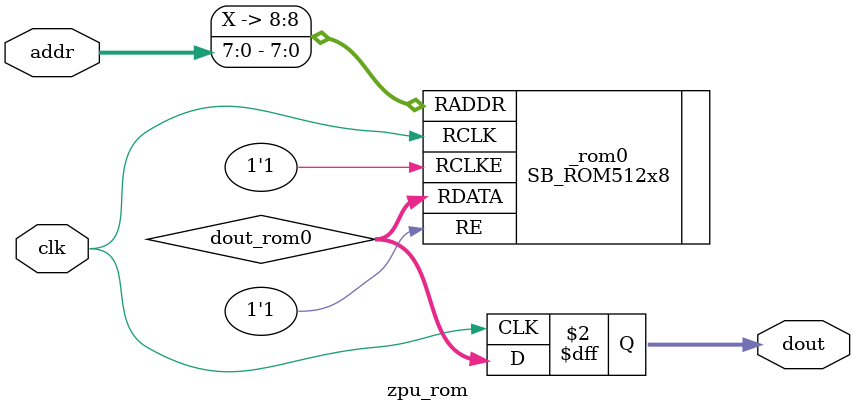
<source format=v>
module zpu_rom(
	input clk,
	input [addr_width-1:0] addr,
	output [7:0] dout);
	parameter addr_width = 8;
	reg [7:0] dout;
	reg [7:0] dout_rom0;
SB_ROM512x8 #(
.INIT_0(256'h80DA0B80C0A8808C0C0B0B0B0BA00881),
.INIT_1(256'h050B0B0B0BA00C0B0B0B0B8004000000),
.INIT_2(256'h00000001000000000000000000000000),
.INIT_3(256'h00000000000000900000000000000090),
.INIT_4(256'h0300D080C27F0000B012D080C27F0000),
.INIT_5(256'h2813D080C27F00001013D080C27F0300),
.INIT_6(256'h1005EF020100000065000D28FC0700C0),
.INIT_7(256'h5004EF0201000000700AD080C27F0000),
.INIT_8(256'h00FFEE0201000000700AD080C27F0000),
.INIT_9(256'h10FEEE0201000000D008D080C27F0000),
.INIT_A(256'h9009D080C27F00009405D080C27F0000),
.INIT_B(256'h5004EF0201000000A009D080C27F0000),
.INIT_C(256'h30FDEE02010000000006D080C27F0000),
.INIT_D(256'hE000EF0201000000F00AD080C27F0000),
.INIT_E(256'h2E006F757466696C653E2029207C2028),
.INIT_F(256'h1005EF02010000000000000000000090)
) _rom0 (
.RDATA(dout_rom0),
.RADDR(addr[8:0]),
.RCLK(clk), .RCLKE(1'b1), .RE(1'b1)
);
always @(posedge clk) begin
	dout <= dout_rom0;
end
endmodule

</source>
